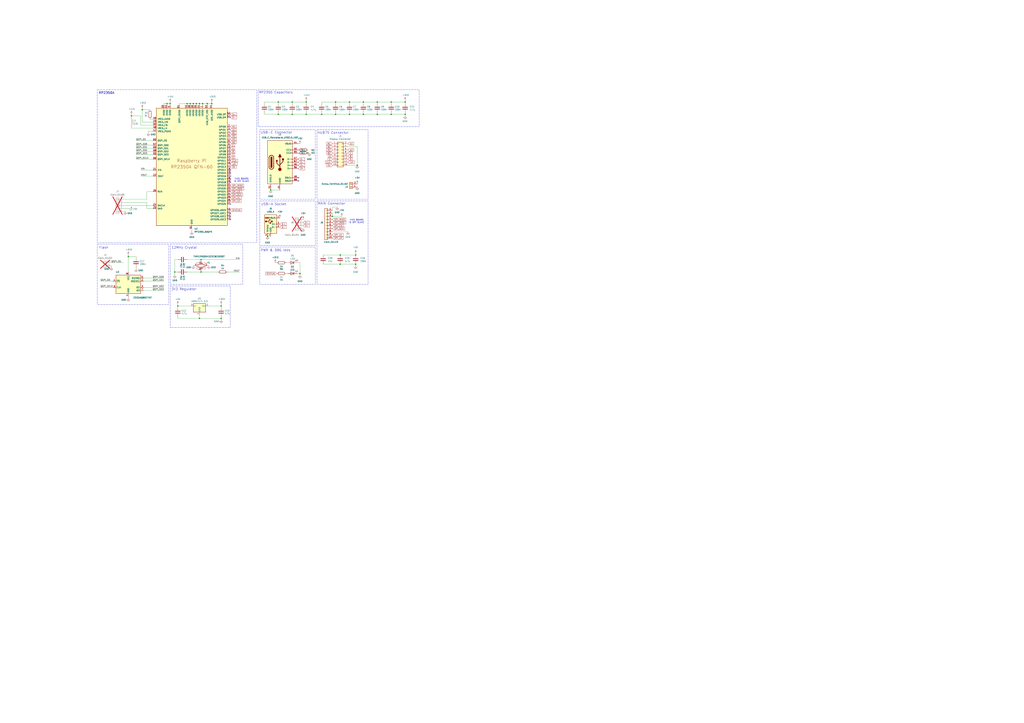
<source format=kicad_sch>
(kicad_sch (version 20250114) (generator "eeschema") (generator_version "9.0")
  (paper "A1")
  (rectangle (start 213.36 165.1) (end 259.08 201.93) (stroke (width 0) (type dash)))
  (rectangle (start 139.7 234.95) (end 189.23 269.24) (stroke (width 0) (type dash)))
  (rectangle (start 80.01 73.66) (end 210.82 199.39) (stroke (width 0) (type dash)))
  (rectangle (start 139.7 200.66) (end 199.39 233.68) (stroke (width 0) (type dash)))
  (rectangle (start 260.35 106.68) (end 302.26 163.83) (stroke (width 0) (type dash)))
  (rectangle (start 213.36 203.2) (end 259.08 233.68) (stroke (width 0) (type dash)))
  (rectangle (start 212.09 73.66) (end 344.17 104.14) (stroke (width 0) (type dash)))
  (rectangle (start 80.01 200.66) (end 138.43 250.19) (stroke (width 0) (type dash)))
  (rectangle (start 213.36 106.68) (end 259.08 163.83) (stroke (width 0) (type dash)))
  (rectangle (start 260.35 165.1) (end 302.26 233.68) (stroke (width 0) (type dash)))
  (text "THIS BOARD\nIS SPI SLAVE" (at 198.374 148.082 0) (effects (font (size 1.27 1.27))))
  (text "HUB75 Connector" (at 273.558 109.22 0) (effects (font (size 1.905 1.905))))
  (text "USB-A Socket" (at 224.79 167.894 0) (effects (font (size 1.905 1.905))))
  (text "12MHz Crystal" (at 140.97 204.724 0) (effects (font (size 1.905 1.905)) (justify left bottom)))
  (text "PWR & DBG leds" (at 214.122 205.74 0) (effects (font (size 1.905 1.905)) (justify left)))
  (text "USB-C Connector" (at 227.076 108.966 0) (effects (font (size 1.905 1.905))))
  (text "3V3 Regulator" (at 140.716 237.744 0) (effects (font (size 1.905 1.905)) (justify left)))
  (text "Flash" (at 81.28 204.724 0) (effects (font (size 1.905 1.905)) (justify left bottom)))
  (text "THIS BOARD\nIS SPI SLAVE" (at 292.862 181.864 0) (effects (font (size 1.27 1.27))))
  (text "RP2350A" (at 81.026 76.454 0) (effects (font (size 1.905 1.905) (thickness 0.2381)) (justify left)))
  (text "RP2350 Capacitors" (at 212.598 74.93 0) (effects (font (size 1.905 1.905)) (justify left top)))
  (text "MAIN Connector" (at 272.288 167.386 0) (effects (font (size 1.905 1.905))))
  (junction (at 166.37 85.09))
  (junction (at 275.59 93.98))
  (junction (at 222.25 156.21))
  (junction (at 165.1 213.36))
  (junction (at 309.88 93.98))
  (junction (at 252.73 125.73))
  (junction (at 293.37 135.89))
  (junction (at 264.16 93.98))
  (junction (at 165.1 223.52))
  (junction (at 228.6 93.98))
  (junction (at 321.31 93.98))
  (junction (at 153.67 85.09))
  (junction (at 240.03 83.82))
  (junction (at 275.59 83.82))
  (junction (at 287.02 93.98))
  (junction (at 309.88 83.82))
  (junction (at 332.74 83.82))
  (junction (at 163.83 261.62))
  (junction (at 292.1 217.17))
  (junction (at 107.95 95.25))
  (junction (at 137.16 85.09))
  (junction (at 273.05 177.8))
  (junction (at 219.71 194.31))
  (junction (at 139.7 85.09))
  (junction (at 298.45 83.82))
  (junction (at 251.46 83.82))
  (junction (at 181.61 251.46))
  (junction (at 181.61 261.62))
  (junction (at 173.99 85.09))
  (junction (at 251.46 93.98))
  (junction (at 228.6 83.82))
  (junction (at 161.29 85.09))
  (junction (at 292.1 209.55))
  (junction (at 298.45 93.98))
  (junction (at 143.51 223.52))
  (junction (at 156.21 85.09))
  (junction (at 105.41 210.82))
  (junction (at 146.05 251.46))
  (junction (at 321.31 83.82))
  (junction (at 287.02 83.82))
  (junction (at 279.4 217.17))
  (junction (at 170.18 85.09))
  (junction (at 240.03 93.98))
  (junction (at 246.38 224.79))
  (junction (at 116.84 90.17))
  (junction (at 332.74 93.98))
  (junction (at 163.83 85.09))
  (junction (at 279.4 209.55))
  (junction (at 158.75 85.09))
  (no_connect (at 245.11 146.05))
  (no_connect (at 189.23 175.26))
  (no_connect (at 189.23 167.64))
  (no_connect (at 189.23 147.32))
  (no_connect (at 189.23 142.24))
  (no_connect (at 189.23 177.8))
  (no_connect (at 189.23 149.86))
  (no_connect (at 245.11 148.59))
  (no_connect (at 189.23 139.7))
  (no_connect (at 189.23 180.34))
  (no_connect (at 189.23 144.78))
  (wire (pts (xy 153.67 85.09) (xy 156.21 85.09)))
  (wire (pts (xy 186.69 223.52) (xy 196.85 223.52)))
  (wire (pts (xy 222.25 156.21) (xy 229.87 156.21)))
  (wire (pts (xy 158.75 86.36) (xy 158.75 85.09)))
  (wire (pts (xy 118.11 238.76) (xy 134.62 238.76)))
  (wire (pts (xy 158.75 218.44) (xy 160.02 218.44)))
  (wire (pts (xy 91.44 215.9) (xy 101.6 215.9)))
  (wire (pts (xy 275.59 92.71) (xy 275.59 93.98)))
  (wire (pts (xy 123.19 97.79) (xy 125.73 97.79)))
  (wire (pts (xy 293.37 120.65) (xy 293.37 135.89)))
  (wire (pts (xy 82.55 236.22) (xy 92.71 236.22)))
  (wire (pts (xy 116.84 100.33) (xy 125.73 100.33)))
  (wire (pts (xy 254 125.73) (xy 252.73 125.73)))
  (wire (pts (xy 275.59 83.82) (xy 287.02 83.82)))
  (wire (pts (xy 115.57 144.78) (xy 125.73 144.78)))
  (wire (pts (xy 111.76 124.46) (xy 125.73 124.46)))
  (wire (pts (xy 332.74 82.55) (xy 332.74 83.82)))
  (wire (pts (xy 111.76 212.09) (xy 111.76 210.82)))
  (wire (pts (xy 228.6 85.09) (xy 228.6 83.82)))
  (wire (pts (xy 137.16 86.36) (xy 137.16 85.09)))
  (wire (pts (xy 163.83 259.08) (xy 163.83 261.62)))
  (wire (pts (xy 147.32 86.36) (xy 147.32 85.09)))
  (wire (pts (xy 246.38 118.11) (xy 245.11 118.11)))
  (wire (pts (xy 292.1 208.28) (xy 292.1 209.55)))
  (wire (pts (xy 107.95 105.41) (xy 107.95 104.14)))
  (wire (pts (xy 246.38 215.9) (xy 243.84 215.9)))
  (wire (pts (xy 173.99 83.82) (xy 173.99 85.09)))
  (wire (pts (xy 146.05 223.52) (xy 143.51 223.52)))
  (wire (pts (xy 321.31 92.71) (xy 321.31 93.98)))
  (wire (pts (xy 275.59 85.09) (xy 275.59 83.82)))
  (wire (pts (xy 321.31 93.98) (xy 332.74 93.98)))
  (wire (pts (xy 280.67 177.8) (xy 273.05 177.8)))
  (wire (pts (xy 125.73 157.48) (xy 120.65 157.48)))
  (wire (pts (xy 153.67 213.36) (xy 165.1 213.36)))
  (wire (pts (xy 279.4 217.17) (xy 292.1 217.17)))
  (wire (pts (xy 111.76 130.81) (xy 125.73 130.81)))
  (wire (pts (xy 251.46 82.55) (xy 251.46 83.82)))
  (wire (pts (xy 165.1 223.52) (xy 179.07 223.52)))
  (wire (pts (xy 137.16 85.09) (xy 139.7 85.09)))
  (wire (pts (xy 115.57 139.7) (xy 125.73 139.7)))
  (wire (pts (xy 251.46 93.98) (xy 264.16 93.98)))
  (wire (pts (xy 321.31 83.82) (xy 332.74 83.82)))
  (wire (pts (xy 111.76 127) (xy 125.73 127)))
  (wire (pts (xy 101.6 168.91) (xy 125.73 168.91)))
  (wire (pts (xy 298.45 92.71) (xy 298.45 93.98)))
  (wire (pts (xy 228.6 92.71) (xy 228.6 93.98)))
  (wire (pts (xy 265.43 217.17) (xy 279.4 217.17)))
  (wire (pts (xy 163.83 261.62) (xy 146.05 261.62)))
  (wire (pts (xy 240.03 93.98) (xy 251.46 93.98)))
  (wire (pts (xy 298.45 85.09) (xy 298.45 83.82)))
  (wire (pts (xy 116.84 90.17) (xy 123.19 90.17)))
  (wire (pts (xy 228.6 93.98) (xy 240.03 93.98)))
  (wire (pts (xy 146.05 260.35) (xy 146.05 261.62)))
  (wire (pts (xy 309.88 92.71) (xy 309.88 93.98)))
  (wire (pts (xy 115.57 95.25) (xy 107.95 95.25)))
  (wire (pts (xy 309.88 83.82) (xy 321.31 83.82)))
  (wire (pts (xy 115.57 102.87) (xy 125.73 102.87)))
  (wire (pts (xy 298.45 83.82) (xy 309.88 83.82)))
  (wire (pts (xy 228.6 93.98) (xy 217.17 93.98)))
  (wire (pts (xy 264.16 83.82) (xy 264.16 85.09)))
  (wire (pts (xy 287.02 92.71) (xy 287.02 93.98)))
  (wire (pts (xy 181.61 262.89) (xy 181.61 261.62)))
  (wire (pts (xy 298.45 93.98) (xy 287.02 93.98)))
  (wire (pts (xy 165.1 214.63) (xy 165.1 213.36)))
  (wire (pts (xy 170.18 85.09) (xy 173.99 85.09)))
  (wire (pts (xy 91.44 219.71) (xy 91.44 218.44)))
  (wire (pts (xy 251.46 85.09) (xy 251.46 83.82)))
  (wire (pts (xy 252.73 123.19) (xy 252.73 125.73)))
  (wire (pts (xy 165.1 213.36) (xy 196.85 213.36)))
  (wire (pts (xy 120.65 163.83) (xy 101.6 163.83)))
  (wire (pts (xy 251.46 92.71) (xy 251.46 93.98)))
  (wire (pts (xy 217.17 85.09) (xy 217.17 83.82)))
  (wire (pts (xy 105.41 243.84) (xy 105.41 245.11)))
  (wire (pts (xy 134.62 85.09) (xy 137.16 85.09)))
  (wire (pts (xy 332.74 83.82) (xy 332.74 85.09)))
  (wire (pts (xy 217.17 83.82) (xy 228.6 83.82)))
  (wire (pts (xy 332.74 92.71) (xy 332.74 93.98)))
  (wire (pts (xy 101.6 173.99) (xy 102.87 173.99)))
  (wire (pts (xy 156.21 85.09) (xy 158.75 85.09)))
  (wire (pts (xy 171.45 251.46) (xy 181.61 251.46)))
  (wire (pts (xy 105.41 210.82) (xy 105.41 223.52)))
  (wire (pts (xy 285.75 135.89) (xy 293.37 135.89)))
  (wire (pts (xy 309.88 93.98) (xy 321.31 93.98)))
  (wire (pts (xy 161.29 86.36) (xy 161.29 85.09)))
  (wire (pts (xy 153.67 86.36) (xy 153.67 85.09)))
  (wire (pts (xy 111.76 210.82) (xy 105.41 210.82)))
  (wire (pts (xy 251.46 83.82) (xy 240.03 83.82)))
  (wire (pts (xy 118.11 228.6) (xy 134.62 228.6)))
  (wire (pts (xy 111.76 219.71) (xy 111.76 220.98)))
  (wire (pts (xy 287.02 93.98) (xy 275.59 93.98)))
  (wire (pts (xy 163.83 86.36) (xy 163.83 85.09)))
  (wire (pts (xy 309.88 85.09) (xy 309.88 83.82)))
  (wire (pts (xy 264.16 83.82) (xy 275.59 83.82)))
  (wire (pts (xy 107.95 172.72) (xy 106.68 172.72)))
  (wire (pts (xy 157.48 187.96) (xy 157.48 190.5)))
  (wire (pts (xy 139.7 86.36) (xy 139.7 85.09)))
  (wire (pts (xy 156.21 251.46) (xy 146.05 251.46)))
  (wire (pts (xy 125.73 171.45) (xy 120.65 171.45)))
  (wire (pts (xy 146.05 213.36) (xy 143.51 213.36)))
  (wire (pts (xy 226.06 215.9) (xy 227.33 215.9)))
  (wire (pts (xy 120.65 166.37) (xy 101.6 166.37)))
  (wire (pts (xy 120.65 157.48) (xy 120.65 163.83)))
  (wire (pts (xy 111.76 119.38) (xy 125.73 119.38)))
  (wire (pts (xy 121.92 109.22) (xy 121.92 107.95)))
  (wire (pts (xy 219.71 194.31) (xy 222.25 194.31)))
  (wire (pts (xy 276.86 170.18) (xy 273.05 170.18)))
  (wire (pts (xy 116.84 88.9) (xy 116.84 90.17)))
  (wire (pts (xy 287.02 83.82) (xy 298.45 83.82)))
  (wire (pts (xy 143.51 223.52) (xy 143.51 226.06)))
  (wire (pts (xy 115.57 95.25) (xy 115.57 102.87)))
  (wire (pts (xy 163.83 85.09) (xy 166.37 85.09)))
  (wire (pts (xy 107.95 95.25) (xy 107.95 96.52)))
  (wire (pts (xy 181.61 251.46) (xy 181.61 250.19)))
  (wire (pts (xy 107.95 105.41) (xy 125.73 105.41)))
  (wire (pts (xy 106.68 172.72) (xy 106.68 171.45)))
  (wire (pts (xy 111.76 115.57) (xy 125.73 115.57)))
  (wire (pts (xy 105.41 209.55) (xy 105.41 210.82)))
  (wire (pts (xy 236.22 215.9) (xy 234.95 215.9)))
  (wire (pts (xy 166.37 85.09) (xy 170.18 85.09)))
  (wire (pts (xy 146.05 252.73) (xy 146.05 251.46)))
  (wire (pts (xy 120.65 171.45) (xy 120.65 166.37)))
  (wire (pts (xy 217.17 92.71) (xy 217.17 93.98)))
  (wire (pts (xy 287.02 85.09) (xy 287.02 83.82)))
  (wire (pts (xy 285.75 120.65) (xy 293.37 120.65)))
  (wire (pts (xy 156.21 86.36) (xy 156.21 85.09)))
  (wire (pts (xy 161.29 85.09) (xy 163.83 85.09)))
  (wire (pts (xy 279.4 209.55) (xy 292.1 209.55)))
  (wire (pts (xy 121.92 107.95) (xy 125.73 107.95)))
  (wire (pts (xy 106.68 171.45) (xy 101.6 171.45)))
  (wire (pts (xy 143.51 213.36) (xy 143.51 223.52)))
  (wire (pts (xy 147.32 85.09) (xy 153.67 85.09)))
  (wire (pts (xy 181.61 252.73) (xy 181.61 251.46)))
  (wire (pts (xy 240.03 93.98) (xy 240.03 92.71)))
  (wire (pts (xy 111.76 121.92) (xy 125.73 121.92)))
  (wire (pts (xy 82.55 231.14) (xy 92.71 231.14)))
  (wire (pts (xy 265.43 209.55) (xy 279.4 209.55)))
  (wire (pts (xy 264.16 92.71) (xy 264.16 93.98)))
  (wire (pts (xy 275.59 93.98) (xy 264.16 93.98)))
  (wire (pts (xy 107.95 93.98) (xy 107.95 95.25)))
  (wire (pts (xy 228.6 83.82) (xy 240.03 83.82)))
  (wire (pts (xy 118.11 236.22) (xy 134.62 236.22)))
  (wire (pts (xy 134.62 85.09) (xy 134.62 86.36)))
  (wire (pts (xy 118.11 231.14) (xy 134.62 231.14)))
  (wire (pts (xy 321.31 85.09) (xy 321.31 83.82)))
  (wire (pts (xy 166.37 86.36) (xy 166.37 85.09)))
  (wire (pts (xy 173.99 86.36) (xy 173.99 85.09)))
  (wire (pts (xy 273.05 175.26) (xy 273.05 177.8)))
  (wire (pts (xy 309.88 93.98) (xy 298.45 93.98)))
  (wire (pts (xy 246.38 224.79) (xy 243.84 224.79)))
  (wire (pts (xy 240.03 85.09) (xy 240.03 83.82)))
  (wire (pts (xy 158.75 85.09) (xy 161.29 85.09)))
  (wire (pts (xy 236.22 224.79) (xy 234.95 224.79)))
  (wire (pts (xy 292.1 217.17) (xy 292.1 218.44)))
  (wire (pts (xy 165.1 222.25) (xy 165.1 223.52)))
  (wire (pts (xy 246.38 215.9) (xy 246.38 224.79)))
  (wire (pts (xy 246.38 226.06) (xy 246.38 224.79)))
  (wire (pts (xy 273.05 170.18) (xy 273.05 172.72)))
  (wire (pts (xy 146.05 250.19) (xy 146.05 251.46)))
  (wire (pts (xy 116.84 90.17) (xy 116.84 100.33)))
  (wire (pts (xy 139.7 83.82) (xy 139.7 85.09)))
  (wire (pts (xy 170.18 86.36) (xy 170.18 85.09)))
  (wire (pts (xy 170.18 218.44) (xy 171.45 218.44)))
  (wire (pts (xy 181.61 260.35) (xy 181.61 261.62)))
  (wire (pts (xy 163.83 261.62) (xy 181.61 261.62)))
  (wire (pts (xy 273.05 190.5) (xy 285.75 190.5)))
  (wire (pts (xy 153.67 223.52) (xy 165.1 223.52)))
  (wire (pts (xy 332.74 93.98) (xy 332.74 95.25)))
  (label "QSPI_SD0" (at 134.62 228.6 180))
  (label "QSPI_SD1" (at 111.76 121.92 0))
  (label "QSPI_SD3" (at 111.76 127 0))
  (label "QSPI_SS" (at 91.44 215.9 0))
  (label "XOUT" (at 196.85 223.52 180))
  (label "QSPI_SS" (at 111.76 115.57 0))
  (label "QSPI_SCLK" (at 82.55 236.22 0))
  (label "QSPI_SD3" (at 134.62 238.76 180))
  (label "QSPI_SS" (at 82.55 231.14 0))
  (label "QSPI_SD2" (at 111.76 124.46 0))
  (label "XOUT" (at 115.57 144.78 0))
  (label "QSPI_SD1" (at 134.62 231.14 180))
  (label "QSPI_SD0" (at 111.76 119.38 0))
  (label "QSPI_SD2" (at 134.62 236.22 180))
  (label "XIN" (at 115.57 139.7 0))
  (label "QSPI_SCLK" (at 111.76 130.81 0))
  (label "XIN" (at 196.85 213.36 180))
  (global_label "B" (shape input) (at 285.75 128.27 0) (property "Intersheetrefs" "${INTERSHEET_REFS}" (effects (hide yes))))
  (global_label "D" (shape input) (at 285.75 130.81 0) (property "Intersheetrefs" "${INTERSHEET_REFS}" (effects (hide yes))))
  (global_label "SPI_X1" (shape input) (at 273.05 193.04 0) (property "Intersheetrefs" "${INTERSHEET_REFS}" (effects (hide yes))))
  (global_label "D-" (shape input) (at 245.11 133.35 0) (property "Intersheetrefs" "${INTERSHEET_REFS}" (effects (hide yes))))
  (global_label "G1" (shape input) (at 189.23 106.68 0) (property "Intersheetrefs" "${INTERSHEET_REFS}" (effects (hide yes))))
  (global_label "CLK" (shape input) (at 189.23 132.08 0) (property "Intersheetrefs" "${INTERSHEET_REFS}" (effects (hide yes))))
  (global_label "G1" (shape input) (at 285.75 118.11 0) (property "Intersheetrefs" "${INTERSHEET_REFS}" (effects (hide yes))))
  (global_label "D+" (shape input) (at 245.11 138.43 0) (property "Intersheetrefs" "${INTERSHEET_REFS}" (effects (hide yes))))
  (global_label "B1" (shape input) (at 189.23 109.22 0) (property "Intersheetrefs" "${INTERSHEET_REFS}" (effects (hide yes))))
  (global_label "A" (shape input) (at 273.05 128.27 180) (property "Intersheetrefs" "${INTERSHEET_REFS}" (effects (hide yes))))
  (global_label "B" (shape input) (at 189.23 124.46 0) (property "Intersheetrefs" "${INTERSHEET_REFS}" (effects (hide yes))))
  (global_label "C" (shape input) (at 273.05 130.81 180) (property "Intersheetrefs" "${INTERSHEET_REFS}" (effects (hide yes))))
  (global_label "SPI_CS" (shape input) (at 189.23 157.48 0) (property "Intersheetrefs" "${INTERSHEET_REFS}" (effects (hide yes))))
  (global_label "OE" (shape input) (at 189.23 137.16 0) (property "Intersheetrefs" "${INTERSHEET_REFS}" (effects (hide yes))))
  (global_label "SPI_CS" (shape input) (at 273.05 185.42 0) (property "Intersheetrefs" "${INTERSHEET_REFS}" (effects (hide yes))))
  (global_label "SPI_X2" (shape input) (at 273.05 195.58 0) (property "Intersheetrefs" "${INTERSHEET_REFS}" (effects (hide yes))))
  (global_label "C" (shape input) (at 189.23 127 0) (property "Intersheetrefs" "${INTERSHEET_REFS}" (effects (hide yes))))
  (global_label "STATUS" (shape input) (at 189.23 172.72 0) (property "Intersheetrefs" "${INTERSHEET_REFS}" (effects (hide yes))))
  (global_label "R1" (shape input) (at 189.23 104.14 0) (property "Intersheetrefs" "${INTERSHEET_REFS}" (effects (hide yes))))
  (global_label "SPI_X2" (shape input) (at 189.23 165.1 0) (property "Intersheetrefs" "${INTERSHEET_REFS}" (effects (hide yes))))
  (global_label "D-" (shape input) (at 229.87 186.69 0) (property "Intersheetrefs" "${INTERSHEET_REFS}" (effects (hide yes))))
  (global_label "A" (shape input) (at 189.23 121.92 0) (property "Intersheetrefs" "${INTERSHEET_REFS}" (effects (hide yes))))
  (global_label "SPI_MISO" (shape input) (at 273.05 180.34 0) (property "Intersheetrefs" "${INTERSHEET_REFS}" (effects (hide yes))))
  (global_label "D+" (shape input) (at 189.23 93.98 0) (property "Intersheetrefs" "${INTERSHEET_REFS}" (effects (hide yes))))
  (global_label "G2" (shape input) (at 285.75 123.19 0) (property "Intersheetrefs" "${INTERSHEET_REFS}" (effects (hide yes))))
  (global_label "D+" (shape input) (at 245.11 135.89 0) (property "Intersheetrefs" "${INTERSHEET_REFS}" (effects (hide yes))))
  (global_label "SPI_MOSI" (shape input) (at 273.05 182.88 0) (property "Intersheetrefs" "${INTERSHEET_REFS}" (effects (hide yes))))
  (global_label "SPI_SCK" (shape input) (at 189.23 160.02 0) (property "Intersheetrefs" "${INTERSHEET_REFS}" (effects (hide yes))))
  (global_label "D" (shape input) (at 189.23 129.54 0) (property "Intersheetrefs" "${INTERSHEET_REFS}" (effects (hide yes))))
  (global_label "LAT" (shape input) (at 189.23 134.62 0) (property "Intersheetrefs" "${INTERSHEET_REFS}" (effects (hide yes))))
  (global_label "CLK" (shape input) (at 273.05 133.35 180) (property "Intersheetrefs" "${INTERSHEET_REFS}" (effects (hide yes))))
  (global_label "G2" (shape input) (at 189.23 114.3 0) (property "Intersheetrefs" "${INTERSHEET_REFS}" (effects (hide yes))))
  (global_label "D-" (shape input) (at 245.11 130.81 0) (property "Intersheetrefs" "${INTERSHEET_REFS}" (effects (hide yes))))
  (global_label "B2" (shape input) (at 189.23 116.84 0) (property "Intersheetrefs" "${INTERSHEET_REFS}" (effects (hide yes))))
  (global_label "D-" (shape input) (at 189.23 96.52 0) (property "Intersheetrefs" "${INTERSHEET_REFS}" (effects (hide yes))))
  (global_label "D-" (shape input) (at 248.92 182.88 0) (property "Intersheetrefs" "${INTERSHEET_REFS}" (effects (hide yes))))
  (global_label "OE" (shape input) (at 273.05 135.89 180) (property "Intersheetrefs" "${INTERSHEET_REFS}" (effects (hide yes))))
  (global_label "STATUS" (shape input) (at 227.33 224.79 180) (property "Intersheetrefs" "${INTERSHEET_REFS}" (effects (hide yes))))
  (global_label "B1" (shape input) (at 273.05 120.65 180) (property "Intersheetrefs" "${INTERSHEET_REFS}" (effects (hide yes))))
  (global_label "SPI_X1" (shape input) (at 189.23 162.56 0) (property "Intersheetrefs" "${INTERSHEET_REFS}" (effects (hide yes))))
  (global_label "B2" (shape input) (at 273.05 125.73 180) (property "Intersheetrefs" "${INTERSHEET_REFS}" (effects (hide yes))))
  (global_label "D+" (shape input) (at 248.92 185.42 0) (property "Intersheetrefs" "${INTERSHEET_REFS}" (effects (hide yes))))
  (global_label "SPI_MISO" (shape input) (at 189.23 152.4 0) (property "Intersheetrefs" "${INTERSHEET_REFS}" (effects (hide yes))))
  (global_label "E" (shape input) (at 189.23 119.38 0) (property "Intersheetrefs" "${INTERSHEET_REFS}" (effects (hide yes))))
  (global_label "E" (shape input) (at 285.75 125.73 0) (property "Intersheetrefs" "${INTERSHEET_REFS}" (effects (hide yes))))
  (global_label "R2" (shape input) (at 189.23 111.76 0) (property "Intersheetrefs" "${INTERSHEET_REFS}" (effects (hide yes))))
  (global_label "LAT" (shape input) (at 285.75 133.35 0) (property "Intersheetrefs" "${INTERSHEET_REFS}" (effects (hide yes))))
  (global_label "SPI_MOSI" (shape input) (at 189.23 154.94 0) (property "Intersheetrefs" "${INTERSHEET_REFS}" (effects (hide yes))))
  (global_label "SPI_SCK" (shape input) (at 273.05 187.96 0) (property "Intersheetrefs" "${INTERSHEET_REFS}" (effects (hide yes))))
  (global_label "D+" (shape input) (at 229.87 184.15 0) (property "Intersheetrefs" "${INTERSHEET_REFS}" (effects (hide yes))))
  (global_label "R2" (shape input) (at 273.05 123.19 180) (property "Intersheetrefs" "${INTERSHEET_REFS}" (effects (hide yes))))
  (global_label "R1" (shape input) (at 273.05 118.11 180) (property "Intersheetrefs" "${INTERSHEET_REFS}" (effects (hide yes))))
  (symbol (lib_id "Memory_Flash:W25Q128JVS") (at 105.41 233.68 0) (unit 1)
    (property "Reference" "U3" (at 96.52 223.52 0))
    (property "Value" "ZD25WQ80CTIGT" (at 117.094 244.602 0))
    (property "Footprint" "Package_SO:SOIC-8_3.9x4.9mm_P1.27mm" (effects (hide yes)))
    (property "Datasheet" "https://www.lcsc.com/datasheet/C7525143.pdf" (effects (hide yes)))
    (property "LCSC" "C7525143 " (effects (hide yes)))
  )
  (symbol (lib_id "Device:C") (at 264.16 88.9 0) (unit 1)
    (property "Reference" "C5" (at 267.081 87.7316 0) (effects (justify left)))
    (property "Value" "100n" (at 267.081 90.043 0) (effects (justify left)))
    (property "Footprint" "Capacitor_SMD:C_0402_1005Metric" (effects (hide yes)))
    (property "LCSC" "C1525" (effects (hide yes)))
  )
  (symbol (lib_id "Device:C") (at 275.59 88.9 0) (unit 1)
    (property "Reference" "C6" (at 278.511 87.7316 0) (effects (justify left)))
    (property "Value" "100n" (at 278.511 90.043 0) (effects (justify left)))
    (property "Footprint" "Capacitor_SMD:C_0402_1005Metric" (effects (hide yes)))
    (property "LCSC" "C1525" (effects (hide yes)))
  )
  (symbol (lib_id "Device:C") (at 287.02 88.9 0) (unit 1)
    (property "Reference" "C7" (at 289.941 87.7316 0) (effects (justify left)))
    (property "Value" "100n" (at 289.941 90.043 0) (effects (justify left)))
    (property "Footprint" "Capacitor_SMD:C_0402_1005Metric" (effects (hide yes)))
    (property "LCSC" "C1525" (effects (hide yes)))
  )
  (symbol (lib_id "Device:C") (at 298.45 88.9 0) (unit 1)
    (property "Reference" "C8" (at 301.371 87.7316 0) (effects (justify left)))
    (property "Value" "100n" (at 301.371 90.043 0) (effects (justify left)))
    (property "Footprint" "Capacitor_SMD:C_0402_1005Metric" (effects (hide yes)))
    (property "LCSC" "C1525" (effects (hide yes)))
  )
  (symbol (lib_id "Device:C") (at 181.61 256.54 0) (unit 1)
    (property "Reference" "C13" (at 184.531 255.3716 0) (effects (justify left)))
    (property "Value" "4.7u" (at 184.531 257.683 0) (effects (justify left)))
    (property "Footprint" "Capacitor_SMD:C_0805_2012Metric" (effects (hide yes)))
    (property "LCSC" "C1779" (effects (hide yes)))
  )
  (symbol (lib_id "Device:C") (at 228.6 88.9 0) (unit 1)
    (property "Reference" "C2" (at 231.521 87.7316 0) (effects (justify left)))
    (property "Value" "100n" (at 231.521 90.043 0) (effects (justify left)))
    (property "Footprint" "Capacitor_SMD:C_0402_1005Metric" (effects (hide yes)))
    (property "LCSC" "C1525" (effects (hide yes)))
  )
  (symbol (lib_id "power:+3V3") (at 173.99 83.82 0) (unit 1)
    (property "Reference" "#PWR04" (effects (hide yes)))
    (property "Value" "+3V3" (at 174.371 79.4258 0))
  )
  (symbol (lib_id "power:+3V3") (at 105.41 209.55 0) (unit 1)
    (property "Reference" "#PWR026" (effects (hide yes)))
    (property "Value" "+3V3" (at 105.791 205.1558 0))
  )
  (symbol (lib_id "Device:C") (at 149.86 213.36 270) (unit 1)
    (property "Reference" "C18" (at 151.0284 216.281 0) (effects (justify left)))
    (property "Value" "10p" (at 148.717 216.281 0) (effects (justify left)))
    (property "Footprint" "Capacitor_SMD:C_0402_1005Metric" (effects (hide yes)))
    (property "LCSC" "C32949" (effects (hide yes)))
  )
  (symbol (lib_id "Device:C") (at 265.43 213.36 0) (unit 1)
    (property "Reference" "C20" (at 269.24 212.0899 0) (effects (justify left)))
    (property "Value" "47u" (at 269.24 214.6299 0) (effects (justify left)))
    (property "Footprint" "Capacitor_SMD:C_1206_3216Metric" (effects (hide yes)))
    (property "Description" "Unpolarized capacitor" (effects (hide yes)))
    (property "LCSC" "C96123" (effects (hide yes)))
  )
  (symbol (lib_id "power:GND") (at 246.38 226.06 0) (unit 1)
    (property "Reference" "#PWR036" (effects (hide yes)))
    (property "Value" "GND" (at 246.38 231.14 0))
    (property "Description" "Power symbol creates a global label with name \"GND\" , ground" (effects (hide yes)))
  )
  (symbol (lib_id "power:GND") (at 181.61 262.89 0) (unit 1)
    (property "Reference" "#PWR014" (effects (hide yes)))
    (property "Value" "GND" (at 177.8 264.16 0))
  )
  (symbol (lib_id "Device:C") (at 240.03 88.9 0) (unit 1)
    (property "Reference" "C3" (at 242.951 87.7316 0) (effects (justify left)))
    (property "Value" "100n" (at 242.951 90.043 0) (effects (justify left)))
    (property "Footprint" "Capacitor_SMD:C_0402_1005Metric" (effects (hide yes)))
    (property "LCSC" "C1525" (effects (hide yes)))
  )
  (symbol (lib_id "power:+5V") (at 293.37 151.13 0) (unit 1)
    (property "Reference" "#PWR018" (effects (hide yes)))
    (property "Value" "+5V" (at 293.37 146.05 0))
    (property "Description" "Power symbol creates a global label with name \"+5V\"" (effects (hide yes)))
  )
  (symbol (lib_id "power:GND") (at 276.86 170.18 0) (unit 1)
    (property "Reference" "#PWR027" (effects (hide yes)))
    (property "Value" "GND" (at 276.86 174.498 0))
    (property "Description" "Power symbol creates a global label with name \"GND\" , ground" (effects (hide yes)))
  )
  (symbol (lib_id "Connector:USB_C_Receptacle_USB2.0_16P") (at 229.87 133.35 0) (unit 1)
    (property "Reference" "J2" (at 229.87 110.49 0))
    (property "Value" "USB_C_Receptacle_USB2.0_16P" (at 229.87 113.03 0))
    (property "Footprint" "Connector_USB:USB_C_Receptacle_G-Switch_GT-USB-7010ASV" (effects (hide yes)))
    (property "Datasheet" "https://www.usb.org/sites/default/files/documents/usb_type-c.zip" (effects (hide yes)))
    (property "Description" "USB 2.0-only 16P Type-C Receptacle connector" (effects (hide yes)))
    (property "LCSC" "C2988369" (effects (hide yes)))
  )
  (symbol (lib_id "Connector:USB_A") (at 222.25 184.15 0) (unit 1)
    (property "Reference" "J5" (at 222.25 171.45 0))
    (property "Value" "USB_A" (at 222.25 173.99 0))
    (property "Footprint" "Connector_USB:USB_A_Kycon_KUSBX-AS1N-B_Horizontal" (effects (hide yes)))
    (property "Description" "USB Type A connector" (effects (hide yes)))
    (property "LCSC" "C2346" (effects (hide yes)))
  )
  (symbol (lib_id "Device:C") (at 279.4 213.36 0) (unit 1)
    (property "Reference" "C15" (at 283.21 212.0899 0) (effects (justify left)))
    (property "Value" "4.7u" (at 283.21 214.6299 0) (effects (justify left)))
    (property "Footprint" "Capacitor_SMD:C_0805_2012Metric" (effects (hide yes)))
    (property "Description" "Unpolarized capacitor" (effects (hide yes)))
    (property "LCSC" "C1779" (effects (hide yes)))
  )
  (symbol (lib_id "power:+5V") (at 248.92 180.34 0) (unit 1)
    (property "Reference" "#PWR040" (effects (hide yes)))
    (property "Value" "+5V" (at 248.92 175.26 0))
    (property "Description" "Power symbol creates a global label with name \"+5V\"" (effects (hide yes)))
  )
  (symbol (lib_id "MCU_RaspberryPi_RP2350:RP2350_60QFN") (at 157.48 137.16 0) (unit 1)
    (property "Reference" "U2" (at 159.6741 187.96 0) (effects (justify left)))
    (property "Value" "RP2350_60QFN" (at 159.6741 190.5 0) (effects (justify left)))
    (property "Footprint" "RP2350_60QFN_minimal:RP2350-QFN-60-1EP_7x7_P0.4mm_EP3.4x3.4mm_ThermalVias" (effects (hide yes)))
    (property "LCSC" "C42411118 " (effects (hide yes)))
  )
  (symbol (lib_id "power:GND") (at 293.37 153.67 0) (unit 1)
    (property "Reference" "#PWR019" (effects (hide yes)))
    (property "Value" "GND" (at 293.37 158.75 0))
    (property "Description" "Power symbol creates a global label with name \"GND\" , ground" (effects (hide yes)))
  )
  (symbol (lib_id "Device:C") (at 309.88 88.9 0) (unit 1)
    (property "Reference" "C9" (at 312.801 87.7316 0) (effects (justify left)))
    (property "Value" "100n" (at 312.801 90.043 0) (effects (justify left)))
    (property "Footprint" "Capacitor_SMD:C_0402_1005Metric" (effects (hide yes)))
    (property "LCSC" "C1525" (effects (hide yes)))
  )
  (symbol (lib_id "Connector:Screw_Terminal_01x02") (at 288.29 153.67 180) (unit 1)
    (property "Reference" "J3" (at 285.75 153.6701 0) (effects (justify left)))
    (property "Value" "Screw_Terminal_01x02" (at 285.75 151.1301 0) (effects (justify left)))
    (property "Footprint" "TerminalBlock_Phoenix:TerminalBlock_Phoenix_MKDS-1,5-2-5.08_1x02_P5.08mm_Horizontal" (effects (hide yes)))
    (property "Description" "Generic screw terminal, single row, 01x02, script generated (kicad-library-utils/schlib/autogen/connector/)" (effects (hide yes)))
    (property "LCSC" "C8465" (effects (hide yes)))
  )
  (symbol (lib_id "power:GND") (at 143.51 226.06 0) (unit 1)
    (property "Reference" "#PWR033" (effects (hide yes)))
    (property "Value" "GND" (at 143.637 230.4542 0))
  )
  (symbol (lib_id "Connector_Generic:Conn_01x05") (at 96.52 168.91 180) (unit 1) (in_bom no) (dnp yes)
    (property "Reference" "J7" (at 96.52 157.48 0))
    (property "Value" "Conn_01x05" (at 96.52 160.02 0))
    (property "Footprint" "Connector_PinHeader_2.54mm:PinHeader_1x05_P2.54mm_Vertical" (effects (hide yes)))
    (property "Description" "Generic connector, single row, 01x05, script generated (kicad-library-utils/schlib/autogen/connector/)" (effects (hide yes)))
  )
  (symbol (lib_id "power:+5V") (at 246.38 118.11 0) (unit 1)
    (property "Reference" "#PWR015" (effects (hide yes)))
    (property "Value" "+5V" (at 246.38 113.792 0))
    (property "Description" "Power symbol creates a global label with name \"+5V\"" (effects (hide yes)))
  )
  (symbol (lib_id "power:+1V1") (at 139.7 83.82 0) (unit 1)
    (property "Reference" "#PWR03" (effects (hide yes)))
    (property "Value" "+1V1" (at 140.081 79.4258 0))
  )
  (symbol (lib_id "power:GND") (at 254 125.73 0) (unit 1)
    (property "Reference" "#PWR016" (effects (hide yes)))
    (property "Value" "GND" (at 254 130.81 0))
    (property "Description" "Power symbol creates a global label with name \"GND\" , ground" (effects (hide yes)))
  )
  (symbol (lib_id "Device:R") (at 123.19 93.98 180) (unit 1)
    (property "Reference" "R1" (at 121.412 95.1484 0) (effects (justify left)))
    (property "Value" "33" (at 121.412 92.837 0) (effects (justify left)))
    (property "Footprint" "Resistor_SMD:R_0402_1005Metric" (effects (hide yes)))
    (property "LCSC" "C25105" (effects (hide yes)))
  )
  (symbol (lib_id "power:+5V") (at 280.67 177.8 0) (unit 1)
    (property "Reference" "#PWR029" (effects (hide yes)))
    (property "Value" "+5V" (at 280.67 172.72 0))
    (property "Description" "Power symbol creates a global label with name \"+5V\"" (effects (hide yes)))
  )
  (symbol (lib_id "Device:LED") (at 240.03 224.79 180) (unit 1)
    (property "Reference" "D2" (at 238.76 219.202 0) (effects (justify right)))
    (property "Value" "LED" (at 238.252 221.742 0) (effects (justify right)))
    (property "Footprint" "LED_SMD:LED_0805_2012Metric" (effects (hide yes)))
    (property "Description" "Light emitting diode" (effects (hide yes)))
    (property "Sim.Pins" "1=K 2=A" (effects (hide yes)))
    (property "LCSC" "C84256" (effects (hide yes)))
  )
  (symbol (lib_id "Device:C") (at 321.31 88.9 0) (unit 1)
    (property "Reference" "C10" (at 324.231 87.7316 0) (effects (justify left)))
    (property "Value" "100n" (at 324.231 90.043 0) (effects (justify left)))
    (property "Footprint" "Capacitor_SMD:C_0402_1005Metric" (effects (hide yes)))
    (property "LCSC" "C1525" (effects (hide yes)))
  )
  (symbol (lib_id "power:GND") (at 292.1 218.44 0) (unit 1)
    (property "Reference" "#PWR024" (effects (hide yes)))
    (property "Value" "GND" (at 292.1 223.52 0))
    (property "Description" "Power symbol creates a global label with name \"GND\" , ground" (effects (hide yes)))
  )
  (symbol (lib_id "power:+1V1") (at 107.95 93.98 0) (unit 1)
    (property "Reference" "#PWR08" (effects (hide yes)))
    (property "Value" "+1V1" (at 108.331 89.5858 0))
  )
  (symbol (lib_id "Device:R") (at 231.14 224.79 90) (unit 1)
    (property "Reference" "R6" (at 231.14 230.0478 90))
    (property "Value" "1k" (at 231.14 227.7364 90))
    (property "Footprint" "Resistor_SMD:R_0402_1005Metric" (effects (hide yes)))
    (property "LCSC" "C11702" (effects (hide yes)))
  )
  (symbol (lib_id "power:+3V3") (at 181.61 250.19 0) (unit 1)
    (property "Reference" "#PWR013" (effects (hide yes)))
    (property "Value" "+3V3" (at 181.991 245.7958 0))
  )
  (symbol (lib_id "power:+5V") (at 146.05 250.19 0) (unit 1)
    (property "Reference" "#PWR012" (effects (hide yes)))
    (property "Value" "+5V" (at 146.05 245.872 0))
    (property "Description" "Power symbol creates a global label with name \"+5V\"" (effects (hide yes)))
  )
  (symbol (lib_id "power:GND") (at 105.41 245.11 0) (unit 1)
    (property "Reference" "#PWR034" (effects (hide yes)))
    (property "Value" "GND" (at 101.6 246.38 0))
  )
  (symbol (lib_id "Device:C") (at 251.46 88.9 0) (unit 1)
    (property "Reference" "C4" (at 255.27 87.6299 0) (effects (justify left)))
    (property "Value" "4.7u" (at 255.27 90.1699 0) (effects (justify left)))
    (property "Footprint" "Capacitor_SMD:C_0805_2012Metric" (effects (hide yes)))
    (property "LCSC" "C1779" (effects (hide yes)))
  )
  (symbol (lib_id "power:+3V3") (at 116.84 88.9 0) (unit 1)
    (property "Reference" "#PWR05" (effects (hide yes)))
    (property "Value" "+3V3" (at 117.221 84.5058 0))
  )
  (symbol (lib_id "power:+5V") (at 229.87 179.07 0) (unit 1)
    (property "Reference" "#PWR025" (effects (hide yes)))
    (property "Value" "+5V" (at 229.87 173.99 0))
    (property "Description" "Power symbol creates a global label with name \"+5V\"" (effects (hide yes)))
  )
  (symbol (lib_id "Device:R") (at 231.14 215.9 90) (unit 1)
    (property "Reference" "R5" (at 231.14 221.1578 90))
    (property "Value" "1k" (at 231.14 218.8464 90))
    (property "Footprint" "Resistor_SMD:R_0402_1005Metric" (effects (hide yes)))
    (property "LCSC" "C11702" (effects (hide yes)))
  )
  (symbol (lib_id "Device:C") (at 146.05 256.54 0) (unit 1)
    (property "Reference" "C12" (at 148.971 255.3716 0) (effects (justify left)))
    (property "Value" "4.7u" (at 148.971 257.683 0) (effects (justify left)))
    (property "Footprint" "Capacitor_SMD:C_0805_2012Metric" (effects (hide yes)))
    (property "LCSC" "C1779" (effects (hide yes)))
  )
  (symbol (lib_id "power:GND") (at 158.75 218.44 0) (unit 1)
    (property "Reference" "#PWR030" (effects (hide yes)))
    (property "Value" "GND" (at 154.94 219.71 0))
  )
  (symbol (lib_id "power:GND") (at 121.92 109.22 0) (mirror y) (unit 1)
    (property "Reference" "#PWR011" (effects (hide yes)))
    (property "Value" "GND" (at 125.73 110.49 0))
  )
  (symbol (lib_id "Device:R") (at 248.92 123.19 90) (unit 1)
    (property "Reference" "R2" (at 257.048 123.444 90))
    (property "Value" "5k1" (at 248.92 123.19 90))
    (property "Footprint" "Resistor_SMD:R_0402_1005Metric" (effects (hide yes)))
    (property "Description" "Resistor" (effects (hide yes)))
    (property "LCSC" "C25905" (effects (hide yes)))
  )
  (symbol (lib_id "Device:C") (at 149.86 223.52 270) (unit 1)
    (property "Reference" "C19" (at 151.0284 226.441 0) (effects (justify left)))
    (property "Value" "10p" (at 148.717 226.441 0) (effects (justify left)))
    (property "Footprint" "Capacitor_SMD:C_0402_1005Metric" (effects (hide yes)))
    (property "LCSC" "C32949" (effects (hide yes)))
  )
  (symbol (lib_id "Connector_Generic:Conn_01x02") (at 86.36 218.44 180) (unit 1) (in_bom no) (dnp yes)
    (property "Reference" "J4" (at 86.36 209.55 0))
    (property "Value" "Conn_01x02" (at 86.36 212.09 0))
    (property "Footprint" "Connector_PinHeader_2.54mm:PinHeader_1x02_P2.54mm_Vertical" (effects (hide yes)))
    (property "Description" "Generic connector, single row, 01x02, script generated (kicad-library-utils/schlib/autogen/connector/)" (effects (hide yes)))
  )
  (symbol (lib_id "power:+1V1") (at 251.46 82.55 0) (unit 1)
    (property "Reference" "#PWR01" (effects (hide yes)))
    (property "Value" "+1V1" (at 251.841 78.1558 0))
  )
  (symbol (lib_id "Device:R") (at 182.88 223.52 270) (unit 1)
    (property "Reference" "R4" (at 182.88 218.2622 90))
    (property "Value" "1k" (at 182.88 220.5736 90))
    (property "Footprint" "Resistor_SMD:R_0402_1005Metric" (effects (hide yes)))
    (property "LCSC" "C11702" (effects (hide yes)))
  )
  (symbol (lib_id "Connector_Generic:Conn_01x10") (at 267.97 182.88 0) (mirror y) (unit 1)
    (property "Reference" "J6" (at 265.43 182.8799 0) (effects (justify left)))
    (property "Value" "Conn_01x10" (at 277.876 198.882 0) (effects (justify left)))
    (property "Footprint" "Connector_JST:JST_XH_S10B-XH-A-1_1x10_P2.50mm_Horizontal" (effects (hide yes)))
    (property "Description" "Generic connector, single row, 01x10, script generated (kicad-library-utils/schlib/autogen/connector/)" (effects (hide yes)))
    (property "LCSC" "C491718" (effects (hide yes)))
  )
  (symbol (lib_id "power:GND") (at 293.37 135.89 0) (unit 1)
    (property "Reference" "#PWR017" (effects (hide yes)))
    (property "Value" "GND" (at 293.37 140.97 0))
    (property "Description" "Power symbol creates a global label with name \"GND\" , ground" (effects (hide yes)))
  )
  (symbol (lib_id "Device:C") (at 217.17 88.9 0) (unit 1)
    (property "Reference" "C1" (at 220.091 87.7316 0) (effects (justify left)))
    (property "Value" "100n" (at 220.091 90.043 0) (effects (justify left)))
    (property "Footprint" "Capacitor_SMD:C_0402_1005Metric" (effects (hide yes)))
    (property "LCSC" "C1525" (effects (hide yes)))
  )
  (symbol (lib_id "Device:C") (at 292.1 213.36 0) (unit 1)
    (property "Reference" "C16" (at 295.91 212.0899 0) (effects (justify left)))
    (property "Value" "100n" (at 295.91 214.6299 0) (effects (justify left)))
    (property "Footprint" "Capacitor_SMD:C_0402_1005Metric" (effects (hide yes)))
    (property "Description" "Unpolarized capacitor" (effects (hide yes)))
    (property "LCSC" "C1525" (effects (hide yes)))
  )
  (symbol (lib_id "Device:LED") (at 240.03 215.9 180) (unit 1)
    (property "Reference" "D1" (at 239.014 210.058 0) (effects (justify right)))
    (property "Value" "LED" (at 238.506 212.598 0) (effects (justify right)))
    (property "Footprint" "LED_SMD:LED_0805_2012Metric" (effects (hide yes)))
    (property "Description" "Light emitting diode" (effects (hide yes)))
    (property "Sim.Pins" "1=K 2=A" (effects (hide yes)))
    (property "LCSC" "C84256" (effects (hide yes)))
  )
  (symbol (lib_id "Device:C") (at 332.74 88.9 0) (unit 1)
    (property "Reference" "C11" (at 336.55 87.6299 0) (effects (justify left)))
    (property "Value" "4.7u" (at 336.55 90.1699 0) (effects (justify left)))
    (property "Footprint" "Capacitor_SMD:C_0805_2012Metric" (effects (hide yes)))
    (property "LCSC" "C1779" (effects (hide yes)))
  )
  (symbol (lib_id "Connector_Generic:Conn_02x08_Odd_Even") (at 278.13 125.73 0) (unit 1)
    (property "Reference" "J1" (at 279.4 111.76 0))
    (property "Value" "Display Connector" (at 279.4 114.3 0))
    (property "Footprint" "Connector_PinSocket_2.54mm:PinSocket_2x08_P2.54mm_Vertical" (effects (hide yes)))
    (property "Description" "Generic connector, double row, 02x08, odd/even pin numbering scheme (row 1 odd numbers, row 2 even numbers), script generated (kicad-library-utils/schlib/autogen/connector/)" (effects (hide yes)))
    (property "LCSC" "C30734" (effects (hide yes)))
  )
  (symbol (lib_id "power:GND") (at 285.75 190.5 0) (unit 1)
    (property "Reference" "#PWR039" (effects (hide yes)))
    (property "Value" "GND" (at 285.75 194.818 0))
    (property "Description" "Power symbol creates a global label with name \"GND\" , ground" (effects (hide yes)))
  )
  (symbol (lib_id "Device:R") (at 248.92 125.73 90) (unit 1)
    (property "Reference" "R3" (at 257.048 125.73 90))
    (property "Value" "5k1" (at 248.92 125.73 90))
    (property "Footprint" "Resistor_SMD:R_0402_1005Metric" (effects (hide yes)))
    (property "Description" "Resistor" (effects (hide yes)))
    (property "LCSC" "C25905" (effects (hide yes)))
  )
  (symbol (lib_id "Device:C") (at 111.76 215.9 0) (unit 1)
    (property "Reference" "C17" (at 114.681 214.7316 0) (effects (justify left)))
    (property "Value" "100n" (at 114.681 217.043 0) (effects (justify left)))
    (property "Footprint" "Capacitor_SMD:C_0402_1005Metric" (effects (hide yes)))
    (property "LCSC" "C1525" (effects (hide yes)))
  )
  (symbol (lib_id "power:GND") (at 248.92 187.96 0) (unit 1)
    (property "Reference" "#PWR041" (effects (hide yes)))
    (property "Value" "GND" (at 248.92 193.04 0))
    (property "Description" "Power symbol creates a global label with name \"GND\" , ground" (effects (hide yes)))
  )
  (symbol (lib_id "power:GND") (at 332.74 95.25 0) (mirror y) (unit 1)
    (property "Reference" "#PWR09" (effects (hide yes)))
    (property "Value" "GND" (at 332.613 99.6442 0))
  )
  (symbol (lib_id "power:GND") (at 222.25 156.21 0) (unit 1)
    (property "Reference" "#PWR021" (effects (hide yes)))
    (property "Value" "GND" (at 222.25 161.29 0))
    (property "Description" "Power symbol creates a global label with name \"GND\" , ground" (effects (hide yes)))
  )
  (symbol (lib_id "power:GND") (at 102.87 173.99 0) (mirror y) (unit 1)
    (property "Reference" "#PWR020" (effects (hide yes)))
    (property "Value" "GND" (at 106.68 175.26 0))
  )
  (symbol (lib_id "power:GND") (at 111.76 220.98 0) (unit 1)
    (property "Reference" "#PWR032" (effects (hide yes)))
    (property "Value" "GND" (at 115.57 222.25 0))
  )
  (symbol (lib_id "power:+5V") (at 292.1 208.28 0) (unit 1)
    (property "Reference" "#PWR022" (effects (hide yes)))
    (property "Value" "+5V" (at 292.1 203.2 0))
    (property "Description" "Power symbol creates a global label with name \"+5V\"" (effects (hide yes)))
  )
  (symbol (lib_id "Device:L") (at 107.95 100.33 0) (unit 1)
    (property "Reference" "L1" (at 109.22 99.06 0) (effects (justify left)))
    (property "Value" "3.3u" (at 109.22 101.6 0) (effects (justify left)))
    (property "Footprint" "Inductor_SMD:L_1008_2520Metric_Pad1.43x2.20mm_HandSolder" (effects (hide yes)))
    (property "LCSC" "C337916" (effects (hide yes)))
  )
  (symbol (lib_id "power:+5V") (at 107.95 172.72 0) (unit 1)
    (property "Reference" "#PWR037" (effects (hide yes)))
    (property "Value" "+5V" (at 110.744 171.704 0))
    (property "Description" "Power symbol creates a global label with name \"+5V\"" (effects (hide yes)))
  )
  (symbol (lib_id "Device:Crystal_GND24") (at 165.1 218.44 270) (unit 1)
    (property "Reference" "Y1" (at 170.18 215.9 90) (effects (justify left)))
    (property "Value" "TXM12M0004322CBCDO00T" (at 158.75 210.82 90) (effects (justify left)))
    (property "Footprint" "Crystal:Crystal_SMD_3225-4Pin_3.2x2.5mm" (effects (hide yes)))
    (property "LCSC" "C362368" (effects (hide yes)))
  )
  (symbol (lib_id "power:GND") (at 91.44 219.71 0) (unit 1)
    (property "Reference" "#PWR038" (effects (hide yes)))
    (property "Value" "GND" (at 87.63 220.98 0))
  )
  (symbol (lib_id "Connector_Generic:Conn_01x04") (at 243.84 182.88 0) (mirror y) (unit 1) (in_bom no) (dnp yes)
    (property "Reference" "J8" (at 241.3 182.8799 0) (effects (justify left)))
    (property "Value" "Conn_01x04" (at 245.618 193.04 0) (effects (justify left)))
    (property "Footprint" "Connector_PinHeader_2.54mm:PinHeader_1x04_P2.54mm_Vertical" (effects (hide yes)))
    (property "Description" "Generic connector, single row, 01x04, script generated (kicad-library-utils/schlib/autogen/connector/)" (effects (hide yes)))
  )
  (symbol (lib_id "power:+3V3") (at 226.06 215.9 0) (unit 1)
    (property "Reference" "#PWR035" (effects (hide yes)))
    (property "Value" "+3V3" (at 226.06 211.582 0))
  )
  (symbol (lib_id "power:+3V3") (at 332.74 82.55 0) (unit 1)
    (property "Reference" "#PWR02" (effects (hide yes)))
    (property "Value" "+3V3" (at 333.121 78.1558 0))
  )
  (symbol (lib_id "Regulator_Linear:NCP1117-3.3_SOT223") (at 163.83 251.46 0) (unit 1)
    (property "Reference" "U1" (at 163.83 245.3132 0))
    (property "Value" "AMS1117-3.3" (at 163.83 247.6246 0))
    (property "Footprint" "Package_TO_SOT_SMD:SOT-223-3_TabPin2" (effects (hide yes)))
    (property "LCSC" "C6186" (effects (hide yes)))
  )
  (symbol (lib_id "power:GND") (at 157.48 190.5 0) (unit 1)
    (property "Reference" "#PWR023" (effects (hide yes)))
    (property "Value" "GND" (at 157.607 194.8942 0))
  )
  (symbol (lib_id "power:GND") (at 219.71 194.31 0) (unit 1)
    (property "Reference" "#PWR028" (effects (hide yes)))
    (property "Value" "GND" (at 219.71 199.39 0))
    (property "Description" "Power symbol creates a global label with name \"GND\" , ground" (effects (hide yes)))
  )
  (symbol (lib_id "power:GND") (at 171.45 218.44 0) (unit 1)
    (property "Reference" "#PWR031" (effects (hide yes)))
    (property "Value" "GND" (at 175.26 219.71 0))
  )
)
</source>
